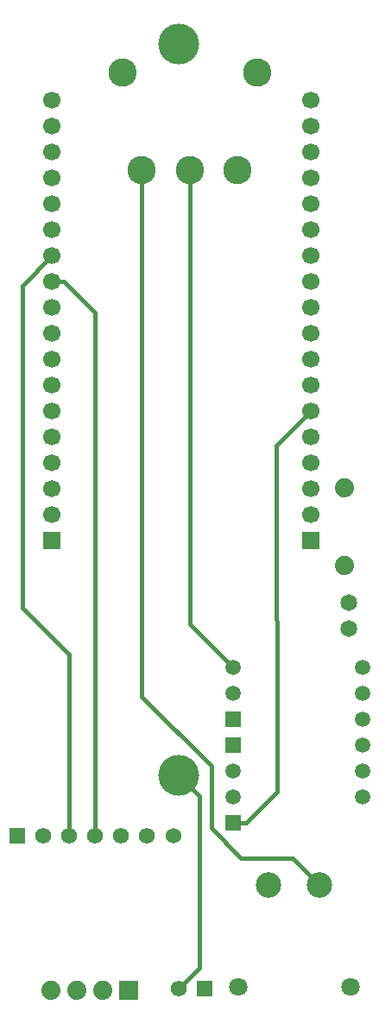
<source format=gtl>
G04 Layer: TopLayer*
G04 EasyEDA v6.5.46, 2026-01-20 15:08:04*
G04 c055b5996b2b4ee9ab75fef97cfab9db,2531f63ba3b24be780b21f3747bff2ee,10*
G04 Gerber Generator version 0.2*
G04 Scale: 100 percent, Rotated: No, Reflected: No *
G04 Dimensions in millimeters *
G04 leading zeros omitted , absolute positions ,4 integer and 5 decimal *
%FSLAX45Y45*%
%MOMM*%

%ADD10C,0.4000*%
%ADD11C,2.5000*%
%ADD12C,1.8000*%
%ADD13C,1.7000*%
%ADD14R,1.7000X1.7000*%
%ADD15R,1.5748X1.5748*%
%ADD16C,1.5748*%
%ADD17C,1.6510*%
%ADD18R,1.8796X1.8796*%
%ADD19C,1.8796*%
%ADD20C,2.7750*%
%ADD21C,1.4986*%
%ADD22R,1.4986X1.4986*%
%ADD23C,1.5240*%
%ADD24C,4.0000*%

%LPD*%
D10*
X2095500Y-7508239D02*
G01*
X2298700Y-7711439D01*
X2298700Y-9398000D01*
X2095500Y-9601200D01*
X1270000Y-8102600D02*
G01*
X1270000Y-2971800D01*
X965200Y-2667000D01*
X850900Y-2667000D01*
X3390900Y-3937000D02*
G01*
X3053841Y-4274057D01*
X3060700Y-7670800D01*
X2755900Y-7975600D01*
X2628900Y-7975600D01*
X2628900Y-6451600D02*
G01*
X2202103Y-6024803D01*
X2202103Y-1569491D01*
X3475736Y-8580374D02*
G01*
X3213861Y-8318500D01*
X2705100Y-8318500D01*
X2413000Y-8026400D01*
X2413000Y-7416800D01*
X1732026Y-6735826D01*
X1732026Y-1569465D01*
X850900Y-2413000D02*
G01*
X558800Y-2705100D01*
X558800Y-5867400D01*
X1016000Y-6324600D01*
X1016000Y-8102600D01*
D11*
G01*
X2975813Y-8580501D03*
G01*
X3475786Y-8580501D03*
D12*
G01*
X3775811Y-9580499D03*
G01*
X2675788Y-9580499D03*
D13*
G01*
X850900Y-4953000D03*
G01*
X850900Y-4699000D03*
G01*
X850900Y-4445000D03*
G01*
X850900Y-4191000D03*
G01*
X850900Y-3937000D03*
G01*
X850900Y-3683000D03*
G01*
X850900Y-3429000D03*
G01*
X850900Y-3175000D03*
G01*
X850900Y-2921000D03*
G01*
X850900Y-2667000D03*
G01*
X850900Y-2413000D03*
G01*
X850900Y-2159000D03*
G01*
X850900Y-1905000D03*
G01*
X850900Y-1651000D03*
G01*
X850900Y-1397000D03*
G01*
X3390900Y-4699000D03*
G01*
X3390900Y-4445000D03*
G01*
X3390900Y-4191000D03*
G01*
X3390900Y-3937000D03*
G01*
X3390900Y-3683000D03*
G01*
X3390900Y-3429000D03*
G01*
X3390900Y-3175000D03*
G01*
X3390900Y-2921000D03*
G01*
X3390900Y-2667000D03*
G01*
X3390900Y-2413000D03*
G01*
X3390900Y-2159000D03*
G01*
X3390900Y-1905000D03*
G01*
X3390900Y-1651000D03*
G01*
X3390900Y-1397000D03*
G01*
X3390900Y-4953000D03*
G01*
X850900Y-1143000D03*
G01*
X850900Y-889000D03*
D14*
G01*
X850925Y-5207025D03*
G01*
X3390925Y-5207025D03*
D13*
G01*
X3390900Y-1143000D03*
G01*
X3390900Y-889000D03*
D15*
G01*
X2349500Y-9601200D03*
D16*
G01*
X2095500Y-9601200D03*
D17*
G01*
X3759200Y-5816600D03*
G01*
X3759200Y-6070600D03*
D18*
G01*
X1600200Y-9613900D03*
D19*
G01*
X1346200Y-9613900D03*
G01*
X1092200Y-9613900D03*
G01*
X838200Y-9613900D03*
G01*
X3721100Y-5448300D03*
G01*
X3721100Y-4686300D03*
D20*
G01*
X1732102Y-1569491D03*
G01*
X2202103Y-1569491D03*
G01*
X2672105Y-1569491D03*
G01*
X2862605Y-616508D03*
G01*
X1541602Y-616508D03*
D21*
G01*
X3898900Y-6451600D03*
G01*
X3898900Y-6705600D03*
G01*
X3898900Y-6959600D03*
G01*
X3898900Y-7213600D03*
G01*
X3898900Y-7721600D03*
G01*
X3898900Y-7467600D03*
G01*
X2628900Y-7467600D03*
D22*
G01*
X2628900Y-7975600D03*
D21*
G01*
X2628900Y-7721600D03*
D22*
G01*
X2628900Y-7213600D03*
G01*
X2628900Y-6959600D03*
D21*
G01*
X2628900Y-6705600D03*
G01*
X2628900Y-6451600D03*
D15*
G01*
X508000Y-8102600D03*
D16*
G01*
X762000Y-8102600D03*
G01*
X1016000Y-8102600D03*
G01*
X1270000Y-8102600D03*
G01*
X1524000Y-8102600D03*
G01*
X1778000Y-8102600D03*
D23*
G01*
X2044700Y-8102600D03*
D24*
G01*
X2095500Y-7508290D03*
G01*
X2095500Y-340309D03*
M02*

</source>
